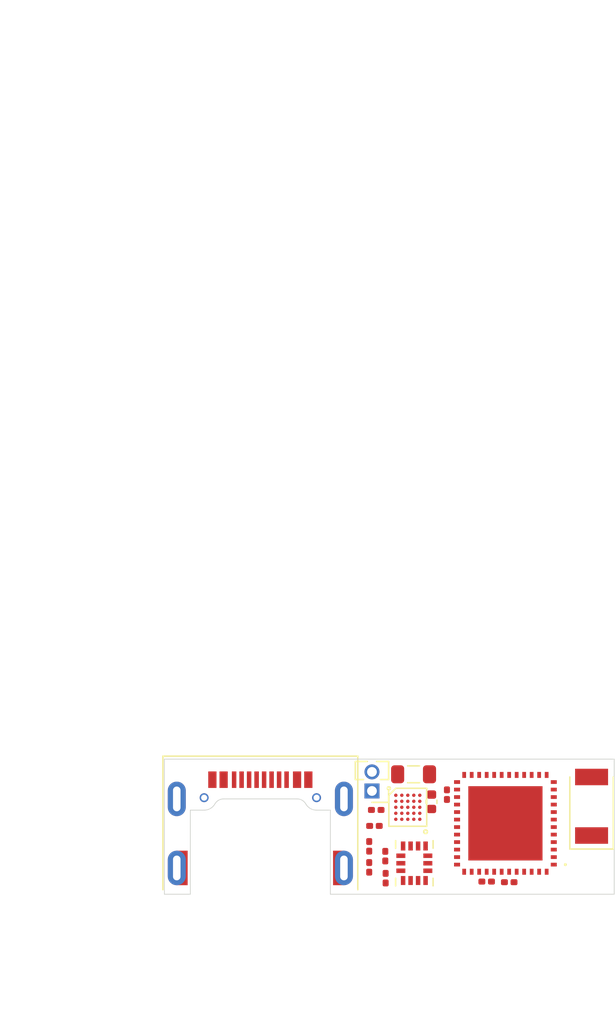
<source format=kicad_pcb>
(kicad_pcb (version 20171130) (host pcbnew "(5.1.9)-1")

  (general
    (thickness 0.8)
    (drawings 12)
    (tracks 0)
    (zones 0)
    (modules 17)
    (nets 15)
  )

  (page A4)
  (layers
    (0 F.Cu signal)
    (31 B.Cu signal)
    (32 B.Adhes user)
    (33 F.Adhes user)
    (34 B.Paste user)
    (35 F.Paste user)
    (36 B.SilkS user)
    (37 F.SilkS user)
    (38 B.Mask user)
    (39 F.Mask user)
    (40 Dwgs.User user)
    (41 Cmts.User user)
    (42 Eco1.User user)
    (43 Eco2.User user)
    (44 Edge.Cuts user)
    (45 Margin user)
    (46 B.CrtYd user)
    (47 F.CrtYd user)
    (48 B.Fab user)
    (49 F.Fab user)
  )

  (setup
    (last_trace_width 0.0762)
    (user_trace_width 0.0762)
    (user_trace_width 0.25)
    (user_trace_width 0.5)
    (trace_clearance 0.0762)
    (zone_clearance 0.1524)
    (zone_45_only no)
    (trace_min 0.0762)
    (via_size 0.3024)
    (via_drill 0.15)
    (via_min_size 0.3024)
    (via_min_drill 0.15)
    (uvia_size 0.3)
    (uvia_drill 0.1)
    (uvias_allowed no)
    (uvia_min_size 0.2)
    (uvia_min_drill 0.1)
    (edge_width 0.05)
    (segment_width 0.1)
    (pcb_text_width 0.1)
    (pcb_text_size 0.4 0.4)
    (mod_edge_width 0.1)
    (mod_text_size 0.4 0.4)
    (mod_text_width 0.1)
    (pad_size 0.7 2.3)
    (pad_drill 0)
    (pad_to_mask_clearance 0.0762)
    (solder_mask_min_width 0.0762)
    (aux_axis_origin 0 0)
    (visible_elements 7FFFF7FF)
    (pcbplotparams
      (layerselection 0x010fc_ffffffff)
      (usegerberextensions false)
      (usegerberattributes true)
      (usegerberadvancedattributes true)
      (creategerberjobfile true)
      (excludeedgelayer true)
      (linewidth 0.100000)
      (plotframeref false)
      (viasonmask false)
      (mode 1)
      (useauxorigin false)
      (hpglpennumber 1)
      (hpglpenspeed 20)
      (hpglpendiameter 15.000000)
      (psnegative false)
      (psa4output false)
      (plotreference true)
      (plotvalue true)
      (plotinvisibletext false)
      (padsonsilk false)
      (subtractmaskfromsilk false)
      (outputformat 1)
      (mirror false)
      (drillshape 1)
      (scaleselection 1)
      (outputdirectory ""))
  )

  (net 0 "")
  (net 1 GND)
  (net 2 +3V0)
  (net 3 "Net-(IC3-Pad2)")
  (net 4 "Net-(IC4-PadC3)")
  (net 5 "Net-(IC4-PadA4)")
  (net 6 VCC)
  (net 7 /SDI)
  (net 8 /SCK)
  (net 9 /CS)
  (net 10 /SDO)
  (net 11 /SDA)
  (net 12 +BATT)
  (net 13 +3.3VA)
  (net 14 "Net-(J2-PadS1)")

  (net_class Default "This is the default net class."
    (clearance 0.0762)
    (trace_width 0.0762)
    (via_dia 0.3024)
    (via_drill 0.15)
    (uvia_dia 0.3)
    (uvia_drill 0.1)
    (add_net /CS)
    (add_net /SCK)
    (add_net /SDA)
    (add_net /SDI)
    (add_net /SDO)
    (add_net "Net-(IC3-Pad2)")
    (add_net "Net-(IC4-PadC3)")
    (add_net "Net-(J2-PadS1)")
  )

  (net_class Power ""
    (clearance 0.0762)
    (trace_width 0.25)
    (via_dia 0.3024)
    (via_drill 0.15)
    (uvia_dia 0.3)
    (uvia_drill 0.1)
    (add_net +3.3VA)
    (add_net +3V0)
    (add_net +BATT)
    (add_net GND)
    (add_net "Net-(IC4-PadA4)")
    (add_net VCC)
  )

  (module Resistor_SMD:R_0201_0603Metric (layer F.Cu) (tedit 5F68FEEE) (tstamp 60AC7E67)
    (at 109.661144 79.209862 270)
    (descr "Resistor SMD 0201 (0603 Metric), square (rectangular) end terminal, IPC_7351 nominal, (Body size source: https://www.vishay.com/docs/20052/crcw0201e3.pdf), generated with kicad-footprint-generator")
    (tags resistor)
    (path /60307927)
    (attr smd)
    (fp_text reference R2 (at 0 -1.05 90) (layer F.SilkS) hide
      (effects (font (size 0.4 0.4) (thickness 0.1)))
    )
    (fp_text value 14.3k (at 0.348422 0.981034 90) (layer F.Fab)
      (effects (font (size 1 1) (thickness 0.15)))
    )
    (fp_line (start 0.7 0.35) (end -0.7 0.35) (layer F.CrtYd) (width 0.05))
    (fp_line (start 0.7 -0.35) (end 0.7 0.35) (layer F.CrtYd) (width 0.05))
    (fp_line (start -0.7 -0.35) (end 0.7 -0.35) (layer F.CrtYd) (width 0.05))
    (fp_line (start -0.7 0.35) (end -0.7 -0.35) (layer F.CrtYd) (width 0.05))
    (fp_line (start 0.3 0.15) (end -0.3 0.15) (layer F.Fab) (width 0.15))
    (fp_line (start 0.3 -0.15) (end 0.3 0.15) (layer F.Fab) (width 0.15))
    (fp_line (start -0.3 -0.15) (end 0.3 -0.15) (layer F.Fab) (width 0.15))
    (fp_line (start -0.3 0.15) (end -0.3 -0.15) (layer F.Fab) (width 0.15))
    (fp_text user %R (at 0 -0.68 90) (layer F.Fab)
      (effects (font (size 1 1) (thickness 0.15)))
    )
    (pad "" smd roundrect (at -0.345 0 270) (size 0.318 0.36) (layers F.Paste) (roundrect_rratio 0.25))
    (pad "" smd roundrect (at 0.345 0 270) (size 0.318 0.36) (layers F.Paste) (roundrect_rratio 0.25))
    (pad 1 smd roundrect (at -0.32 0 270) (size 0.46 0.4) (layers F.Cu F.Mask) (roundrect_rratio 0.25)
      (net 4 "Net-(IC4-PadC3)"))
    (pad 2 smd roundrect (at 0.32 0 270) (size 0.46 0.4) (layers F.Cu F.Mask) (roundrect_rratio 0.25)
      (net 1 GND))
    (model ${KISYS3DMOD}/Resistor_SMD.3dshapes/R_0201_0603Metric.wrl
      (at (xyz 0 0 0))
      (scale (xyz 1 1 1))
      (rotate (xyz 0 0 0))
    )
  )

  (module Resistor_SMD:R_0201_0603Metric (layer F.Cu) (tedit 5F68FEEE) (tstamp 60AC7E56)
    (at 109.661144 77.809862 270)
    (descr "Resistor SMD 0201 (0603 Metric), square (rectangular) end terminal, IPC_7351 nominal, (Body size source: https://www.vishay.com/docs/20052/crcw0201e3.pdf), generated with kicad-footprint-generator")
    (tags resistor)
    (path /603064F3)
    (attr smd)
    (fp_text reference R1 (at 0 -1.05 90) (layer F.SilkS) hide
      (effects (font (size 0.4 0.4) (thickness 0.1)))
    )
    (fp_text value 14k (at 0 1.036012 90) (layer F.Fab)
      (effects (font (size 1 1) (thickness 0.15)))
    )
    (fp_line (start 0.7 0.35) (end -0.7 0.35) (layer F.CrtYd) (width 0.05))
    (fp_line (start 0.7 -0.35) (end 0.7 0.35) (layer F.CrtYd) (width 0.05))
    (fp_line (start -0.7 -0.35) (end 0.7 -0.35) (layer F.CrtYd) (width 0.05))
    (fp_line (start -0.7 0.35) (end -0.7 -0.35) (layer F.CrtYd) (width 0.05))
    (fp_line (start 0.3 0.15) (end -0.3 0.15) (layer F.Fab) (width 0.15))
    (fp_line (start 0.3 -0.15) (end 0.3 0.15) (layer F.Fab) (width 0.15))
    (fp_line (start -0.3 -0.15) (end 0.3 -0.15) (layer F.Fab) (width 0.15))
    (fp_line (start -0.3 0.15) (end -0.3 -0.15) (layer F.Fab) (width 0.15))
    (fp_text user %R (at 0 -0.68 90) (layer F.Fab)
      (effects (font (size 1 1) (thickness 0.15)))
    )
    (pad "" smd roundrect (at -0.345 0 270) (size 0.318 0.36) (layers F.Paste) (roundrect_rratio 0.25))
    (pad "" smd roundrect (at 0.345 0 270) (size 0.318 0.36) (layers F.Paste) (roundrect_rratio 0.25))
    (pad 1 smd roundrect (at -0.32 0 270) (size 0.46 0.4) (layers F.Cu F.Mask) (roundrect_rratio 0.25)
      (net 6 VCC))
    (pad 2 smd roundrect (at 0.32 0 270) (size 0.46 0.4) (layers F.Cu F.Mask) (roundrect_rratio 0.25)
      (net 4 "Net-(IC4-PadC3)"))
    (model ${KISYS3DMOD}/Resistor_SMD.3dshapes/R_0201_0603Metric.wrl
      (at (xyz 0 0 0))
      (scale (xyz 1 1 1))
      (rotate (xyz 0 0 0))
    )
  )

  (module Connector_PinHeader_1.27mm:PinHeader_1x02_P1.27mm_Vertical (layer F.Cu) (tedit 59FED6E3) (tstamp 60AC7E25)
    (at 109.844644 74.120969 180)
    (descr "Through hole straight pin header, 1x02, 1.27mm pitch, single row")
    (tags "Through hole pin header THT 1x02 1.27mm single row")
    (path /60A61A3A)
    (fp_text reference J3 (at 0 -1.695) (layer F.SilkS) hide
      (effects (font (size 0.4 0.4) (thickness 0.1)))
    )
    (fp_text value Conn_01x02 (at 0 2.965) (layer F.Fab)
      (effects (font (size 1 1) (thickness 0.15)))
    )
    (fp_line (start 1.55 -1.15) (end -1.55 -1.15) (layer F.CrtYd) (width 0.05))
    (fp_line (start 1.55 2.45) (end 1.55 -1.15) (layer F.CrtYd) (width 0.05))
    (fp_line (start -1.55 2.45) (end 1.55 2.45) (layer F.CrtYd) (width 0.05))
    (fp_line (start -1.55 -1.15) (end -1.55 2.45) (layer F.CrtYd) (width 0.05))
    (fp_line (start -1.11 -0.76) (end 0 -0.76) (layer F.SilkS) (width 0.1))
    (fp_line (start -1.11 0) (end -1.11 -0.76) (layer F.SilkS) (width 0.1))
    (fp_line (start 0.563471 0.76) (end 1.11 0.76) (layer F.SilkS) (width 0.1))
    (fp_line (start -1.11 0.76) (end -0.563471 0.76) (layer F.SilkS) (width 0.1))
    (fp_line (start 1.11 0.76) (end 1.11 1.965) (layer F.SilkS) (width 0.1))
    (fp_line (start -1.11 0.76) (end -1.11 1.965) (layer F.SilkS) (width 0.1))
    (fp_line (start 0.30753 1.965) (end 1.11 1.965) (layer F.SilkS) (width 0.1))
    (fp_line (start -1.11 1.965) (end -0.30753 1.965) (layer F.SilkS) (width 0.1))
    (fp_line (start -1.05 -0.11) (end -0.525 -0.635) (layer F.Fab) (width 0.15))
    (fp_line (start -1.05 1.905) (end -1.05 -0.11) (layer F.Fab) (width 0.15))
    (fp_line (start 1.05 1.905) (end -1.05 1.905) (layer F.Fab) (width 0.15))
    (fp_line (start 1.05 -0.635) (end 1.05 1.905) (layer F.Fab) (width 0.15))
    (fp_line (start -0.525 -0.635) (end 1.05 -0.635) (layer F.Fab) (width 0.15))
    (fp_text user %R (at 0 0.635 90) (layer F.Fab)
      (effects (font (size 1 1) (thickness 0.15)))
    )
    (pad 1 thru_hole rect (at 0 0 180) (size 1 1) (drill 0.65) (layers *.Cu *.Mask)
      (net 1 GND))
    (pad 2 thru_hole oval (at 0 1.27 180) (size 1 1) (drill 0.65) (layers *.Cu *.Mask)
      (net 12 +BATT))
    (model ${KISYS3DMOD}/Connector_PinHeader_1.27mm.3dshapes/PinHeader_1x02_P1.27mm_Vertical.wrl
      (at (xyz 0 0 0))
      (scale (xyz 1 1 1))
      (rotate (xyz 0 0 0))
    )
  )

  (module Capacitor_SMD:C_0201_0603Metric (layer F.Cu) (tedit 5F68FEEE) (tstamp 602E6357)
    (at 110.009706 76.449528 180)
    (descr "Capacitor SMD 0201 (0603 Metric), square (rectangular) end terminal, IPC_7351 nominal, (Body size source: https://www.vishay.com/docs/20052/crcw0201e3.pdf), generated with kicad-footprint-generator")
    (tags capacitor)
    (path /602E57EC)
    (attr smd)
    (fp_text reference C6 (at 0 -1.05) (layer F.SilkS) hide
      (effects (font (size 0.4 0.4) (thickness 0.1)))
    )
    (fp_text value 1uF (at 0 1.05) (layer F.Fab) hide
      (effects (font (size 1 1) (thickness 0.15)))
    )
    (fp_line (start -0.3 0.15) (end -0.3 -0.15) (layer F.Fab) (width 0.15))
    (fp_line (start -0.3 -0.15) (end 0.3 -0.15) (layer F.Fab) (width 0.15))
    (fp_line (start 0.3 -0.15) (end 0.3 0.15) (layer F.Fab) (width 0.15))
    (fp_line (start 0.3 0.15) (end -0.3 0.15) (layer F.Fab) (width 0.15))
    (fp_line (start -0.7 0.35) (end -0.7 -0.35) (layer F.CrtYd) (width 0.05))
    (fp_line (start -0.7 -0.35) (end 0.7 -0.35) (layer F.CrtYd) (width 0.05))
    (fp_line (start 0.7 -0.35) (end 0.7 0.35) (layer F.CrtYd) (width 0.05))
    (fp_line (start 0.7 0.35) (end -0.7 0.35) (layer F.CrtYd) (width 0.05))
    (fp_text user %R (at 0 -0.68) (layer F.Fab) hide
      (effects (font (size 1 1) (thickness 0.15)))
    )
    (pad 2 smd roundrect (at 0.32 0 180) (size 0.46 0.4) (layers F.Cu F.Mask) (roundrect_rratio 0.25)
      (net 1 GND))
    (pad 1 smd roundrect (at -0.32 0 180) (size 0.46 0.4) (layers F.Cu F.Mask) (roundrect_rratio 0.25)
      (net 12 +BATT))
    (pad "" smd roundrect (at 0.345 0 180) (size 0.318 0.36) (layers F.Paste) (roundrect_rratio 0.25))
    (pad "" smd roundrect (at -0.345 0 180) (size 0.318 0.36) (layers F.Paste) (roundrect_rratio 0.25))
    (model ${KISYS3DMOD}/Capacitor_SMD.3dshapes/C_0201_0603Metric.wrl
      (at (xyz 0 0 0))
      (scale (xyz 1 1 1))
      (rotate (xyz 0 0 0))
    )
  )

  (module Capacitor_SMD:C_0402_1005Metric (layer F.Cu) (tedit 5F68FEEE) (tstamp 602E6346)
    (at 113.818054 74.840364 90)
    (descr "Capacitor SMD 0402 (1005 Metric), square (rectangular) end terminal, IPC_7351 nominal, (Body size source: IPC-SM-782 page 76, https://www.pcb-3d.com/wordpress/wp-content/uploads/ipc-sm-782a_amendment_1_and_2.pdf), generated with kicad-footprint-generator")
    (tags capacitor)
    (path /602E498C)
    (attr smd)
    (fp_text reference C5 (at 0 -1.16 90) (layer F.SilkS) hide
      (effects (font (size 0.4 0.4) (thickness 0.1)))
    )
    (fp_text value 10uF (at 0 1.16 90) (layer F.Fab) hide
      (effects (font (size 1 1) (thickness 0.15)))
    )
    (fp_line (start -0.5 0.25) (end -0.5 -0.25) (layer F.Fab) (width 0.15))
    (fp_line (start -0.5 -0.25) (end 0.5 -0.25) (layer F.Fab) (width 0.15))
    (fp_line (start 0.5 -0.25) (end 0.5 0.25) (layer F.Fab) (width 0.15))
    (fp_line (start 0.5 0.25) (end -0.5 0.25) (layer F.Fab) (width 0.15))
    (fp_line (start -0.107836 -0.36) (end 0.107836 -0.36) (layer F.SilkS) (width 0.1))
    (fp_line (start -0.107836 0.36) (end 0.107836 0.36) (layer F.SilkS) (width 0.1))
    (fp_line (start -0.91 0.46) (end -0.91 -0.46) (layer F.CrtYd) (width 0.05))
    (fp_line (start -0.91 -0.46) (end 0.91 -0.46) (layer F.CrtYd) (width 0.05))
    (fp_line (start 0.91 -0.46) (end 0.91 0.46) (layer F.CrtYd) (width 0.05))
    (fp_line (start 0.91 0.46) (end -0.91 0.46) (layer F.CrtYd) (width 0.05))
    (fp_text user %R (at 0 0 90) (layer F.Fab) hide
      (effects (font (size 1 1) (thickness 0.15)))
    )
    (pad 2 smd roundrect (at 0.48 0 90) (size 0.56 0.62) (layers F.Cu F.Paste F.Mask) (roundrect_rratio 0.25)
      (net 1 GND))
    (pad 1 smd roundrect (at -0.48 0 90) (size 0.56 0.62) (layers F.Cu F.Paste F.Mask) (roundrect_rratio 0.25)
      (net 2 +3V0))
    (model ${KISYS3DMOD}/Capacitor_SMD.3dshapes/C_0402_1005Metric.wrl
      (at (xyz 0 0 0))
      (scale (xyz 1 1 1))
      (rotate (xyz 0 0 0))
    )
  )

  (module Capacitor_SMD:C_0201_0603Metric (layer F.Cu) (tedit 5F68FEEE) (tstamp 60AC0308)
    (at 114.84595 74.367456 270)
    (descr "Capacitor SMD 0201 (0603 Metric), square (rectangular) end terminal, IPC_7351 nominal, (Body size source: https://www.vishay.com/docs/20052/crcw0201e3.pdf), generated with kicad-footprint-generator")
    (tags capacitor)
    (path /60AF557E)
    (attr smd)
    (fp_text reference C12 (at 0 -1.05 90) (layer F.SilkS) hide
      (effects (font (size 0.4 0.4) (thickness 0.1)))
    )
    (fp_text value 0.1uF (at 0 1.05 90) (layer F.Fab)
      (effects (font (size 1 1) (thickness 0.15)))
    )
    (fp_line (start 0.7 0.35) (end -0.7 0.35) (layer F.CrtYd) (width 0.05))
    (fp_line (start 0.7 -0.35) (end 0.7 0.35) (layer F.CrtYd) (width 0.05))
    (fp_line (start -0.7 -0.35) (end 0.7 -0.35) (layer F.CrtYd) (width 0.05))
    (fp_line (start -0.7 0.35) (end -0.7 -0.35) (layer F.CrtYd) (width 0.05))
    (fp_line (start 0.3 0.15) (end -0.3 0.15) (layer F.Fab) (width 0.15))
    (fp_line (start 0.3 -0.15) (end 0.3 0.15) (layer F.Fab) (width 0.15))
    (fp_line (start -0.3 -0.15) (end 0.3 -0.15) (layer F.Fab) (width 0.15))
    (fp_line (start -0.3 0.15) (end -0.3 -0.15) (layer F.Fab) (width 0.15))
    (fp_text user %R (at 0 -0.68 90) (layer F.Fab)
      (effects (font (size 1 1) (thickness 0.15)))
    )
    (pad "" smd roundrect (at -0.345 0 270) (size 0.318 0.36) (layers F.Paste) (roundrect_rratio 0.25))
    (pad "" smd roundrect (at 0.345 0 270) (size 0.318 0.36) (layers F.Paste) (roundrect_rratio 0.25))
    (pad 1 smd roundrect (at -0.32 0 270) (size 0.46 0.4) (layers F.Cu F.Mask) (roundrect_rratio 0.25)
      (net 13 +3.3VA))
    (pad 2 smd roundrect (at 0.32 0 270) (size 0.46 0.4) (layers F.Cu F.Mask) (roundrect_rratio 0.25)
      (net 1 GND))
    (model ${KISYS3DMOD}/Capacitor_SMD.3dshapes/C_0201_0603Metric.wrl
      (at (xyz 0 0 0))
      (scale (xyz 1 1 1))
      (rotate (xyz 0 0 0))
    )
  )

  (module Capacitor_SMD:C_0201_0603Metric (layer F.Cu) (tedit 5F68FEEE) (tstamp 60ABC952)
    (at 119 80.2 180)
    (descr "Capacitor SMD 0201 (0603 Metric), square (rectangular) end terminal, IPC_7351 nominal, (Body size source: https://www.vishay.com/docs/20052/crcw0201e3.pdf), generated with kicad-footprint-generator")
    (tags capacitor)
    (path /60AC8D6C)
    (attr smd)
    (fp_text reference C11 (at 0 -1.05) (layer F.SilkS) hide
      (effects (font (size 0.4 0.4) (thickness 0.1)))
    )
    (fp_text value 1uF (at 0 1.05) (layer F.Fab)
      (effects (font (size 1 1) (thickness 0.15)))
    )
    (fp_line (start -0.3 0.15) (end -0.3 -0.15) (layer F.Fab) (width 0.15))
    (fp_line (start -0.3 -0.15) (end 0.3 -0.15) (layer F.Fab) (width 0.15))
    (fp_line (start 0.3 -0.15) (end 0.3 0.15) (layer F.Fab) (width 0.15))
    (fp_line (start 0.3 0.15) (end -0.3 0.15) (layer F.Fab) (width 0.15))
    (fp_line (start -0.7 0.35) (end -0.7 -0.35) (layer F.CrtYd) (width 0.05))
    (fp_line (start -0.7 -0.35) (end 0.7 -0.35) (layer F.CrtYd) (width 0.05))
    (fp_line (start 0.7 -0.35) (end 0.7 0.35) (layer F.CrtYd) (width 0.05))
    (fp_line (start 0.7 0.35) (end -0.7 0.35) (layer F.CrtYd) (width 0.05))
    (fp_text user %R (at 0 -0.68) (layer F.Fab)
      (effects (font (size 1 1) (thickness 0.15)))
    )
    (pad 2 smd roundrect (at 0.32 0 180) (size 0.46 0.4) (layers F.Cu F.Mask) (roundrect_rratio 0.25)
      (net 1 GND))
    (pad 1 smd roundrect (at -0.32 0 180) (size 0.46 0.4) (layers F.Cu F.Mask) (roundrect_rratio 0.25)
      (net 2 +3V0))
    (pad "" smd roundrect (at 0.345 0 180) (size 0.318 0.36) (layers F.Paste) (roundrect_rratio 0.25))
    (pad "" smd roundrect (at -0.345 0 180) (size 0.318 0.36) (layers F.Paste) (roundrect_rratio 0.25))
    (model ${KISYS3DMOD}/Capacitor_SMD.3dshapes/C_0201_0603Metric.wrl
      (at (xyz 0 0 0))
      (scale (xyz 1 1 1))
      (rotate (xyz 0 0 0))
    )
  )

  (module nrfmicro:Mid_Mount-USB_C (layer F.Cu) (tedit 60ABB8DF) (tstamp 60A5C728)
    (at 102.4 81 270)
    (path /60A5A581)
    (fp_text reference J2 (at -1.27 -7.62 270) (layer Dwgs.User) hide
      (effects (font (size 1 1) (thickness 0.15)))
    )
    (fp_text value USB-C-C168688 (at 0 8.89 270) (layer F.Fab)
      (effects (font (size 1 1) (thickness 0.15)))
    )
    (fp_line (start 0 6.35) (end 0 -6.35) (layer F.CrtYd) (width 0.05))
    (fp_line (start -8.382 4.699) (end -7.747 4.699) (layer F.CrtYd) (width 0.05))
    (fp_line (start -8.382 -4.699) (end -8.382 4.699) (layer F.CrtYd) (width 0.05))
    (fp_line (start -7.747 -4.699) (end -8.382 -4.699) (layer F.CrtYd) (width 0.05))
    (fp_line (start -7.747 -6.35) (end -7.747 -4.699) (layer F.CrtYd) (width 0.05))
    (fp_line (start 0 -6.35) (end -7.747 -6.35) (layer F.CrtYd) (width 0.05))
    (fp_line (start -7.747 6.35) (end -7.747 4.699) (layer F.CrtYd) (width 0.05))
    (fp_line (start 0 6.35) (end -7.747 6.35) (layer F.CrtYd) (width 0.05))
    (fp_line (start -5.6 -4.67) (end -5.6 -3.75) (layer Edge.Cuts) (width 0.05))
    (fp_line (start -6.35 2.450962) (end -6.35 -2.450962) (layer Edge.Cuts) (width 0.05))
    (fp_line (start -0.3 -6.5) (end -9.2 -6.5) (layer F.SilkS) (width 0.1))
    (fp_line (start -9.2 -6.5) (end -9.2 6.5) (layer F.SilkS) (width 0.1))
    (fp_line (start -9.2 6.5) (end -0.3 6.5) (layer F.SilkS) (width 0.1))
    (fp_line (start 0 4.67) (end -5.6 4.67) (layer Edge.Cuts) (width 0.05))
    (fp_line (start -5.6 4.67) (end -5.6 3.75) (layer Edge.Cuts) (width 0.05))
    (fp_line (start -5.6 -4.67) (end 0 -4.67) (layer Edge.Cuts) (width 0.05))
    (fp_arc (start -6.43 3.75) (end -5.6 3.75) (angle -60) (layer Edge.Cuts) (width 0.05))
    (fp_arc (start -5.68 2.450962) (end -6.35 2.450962) (angle -60) (layer Edge.Cuts) (width 0.05))
    (fp_arc (start -5.68 -2.450962) (end -6.35 -2.450962) (angle 60) (layer Edge.Cuts) (width 0.05))
    (fp_arc (start -6.43 -3.75) (end -5.6 -3.75) (angle 60) (layer Edge.Cuts) (width 0.05))
    (pad A6 smd rect (at -7.63 0.25) (size 0.3 1.1) (layers F.Cu F.Paste F.Mask))
    (pad A7 smd rect (at -7.63 -0.25) (size 0.3 1.1) (layers F.Cu F.Paste F.Mask))
    (pad B6 smd rect (at -7.63 -0.75) (size 0.3 1.1) (layers F.Cu F.Paste F.Mask))
    (pad A8 smd rect (at -7.63 -1.25) (size 0.3 1.1) (layers F.Cu F.Paste F.Mask))
    (pad B5 smd rect (at -7.63 -1.75) (size 0.3 1.1) (layers F.Cu F.Paste F.Mask))
    (pad A4 smd rect (at -7.63 -2.45) (size 0.55 1.1) (layers F.Cu F.Paste F.Mask)
      (net 6 VCC))
    (pad B7 smd rect (at -7.63 0.75) (size 0.3 1.1) (layers F.Cu F.Paste F.Mask))
    (pad A5 smd rect (at -7.63 1.25) (size 0.3 1.1) (layers F.Cu F.Paste F.Mask))
    (pad B8 smd rect (at -7.63 1.75) (size 0.3 1.1) (layers F.Cu F.Paste F.Mask))
    (pad A4 smd rect (at -7.63 2.45) (size 0.55 1.1) (layers F.Cu F.Paste F.Mask)
      (net 6 VCC))
    (pad A1 smd rect (at -7.63 -3.2) (size 0.55 1.1) (layers F.Cu F.Paste F.Mask)
      (net 1 GND))
    (pad A1 smd rect (at -7.63 3.2) (size 0.55 1.1) (layers F.Cu F.Paste F.Mask)
      (net 1 GND))
    (pad "" np_thru_hole circle (at -6.43 -3.75) (size 0.6 0.6) (drill 0.4) (layers *.Cu *.Mask))
    (pad "" np_thru_hole circle (at -6.43 3.75) (size 0.6 0.6) (drill 0.4) (layers *.Cu *.Mask))
    (pad S1 thru_hole oval (at -1.75 -5.575) (size 1.2 2.3) (drill oval 0.5 1.65) (layers *.Cu *.Mask)
      (net 14 "Net-(J2-PadS1)"))
    (pad S1 thru_hole oval (at -1.75 5.575) (size 1.2 2.3) (drill oval 0.5 1.65) (layers *.Cu *.Mask)
      (net 14 "Net-(J2-PadS1)"))
    (pad S1 thru_hole oval (at -6.35 -5.575) (size 1.2 2.3) (drill oval 0.5 1.65) (layers *.Cu *.Mask)
      (net 14 "Net-(J2-PadS1)"))
    (pad S1 thru_hole oval (at -6.35 5.575) (size 1.2 2.3) (drill oval 0.5 1.65) (layers *.Cu *.Mask)
      (net 14 "Net-(J2-PadS1)"))
    (pad S1 smd rect (at -1.75 -5.2) (size 0.7 2.3) (layers F.Cu F.Mask)
      (net 14 "Net-(J2-PadS1)") (zone_connect 2))
    (pad S1 smd rect (at -1.75 5.2) (size 0.7 2.3) (layers F.Cu F.Mask)
      (net 14 "Net-(J2-PadS1)") (zone_connect 2))
  )

  (module SamacSys_Parts:BGA25C40P5X5_247X253X50 (layer F.Cu) (tedit 0) (tstamp 602E5CEC)
    (at 112.235326 75.207928)
    (descr YFP0025)
    (tags "Integrated Circuit")
    (path /602E09CB)
    (attr smd)
    (fp_text reference IC4 (at 0 0) (layer F.SilkS) hide
      (effects (font (size 0.4 0.4) (thickness 0.1)))
    )
    (fp_text value BQ25125YFPR (at 0 0) (layer F.SilkS) hide
      (effects (font (size 0.4 0.4) (thickness 0.1)))
    )
    (fp_line (start -1.749 -1.78) (end 1.749 -1.78) (layer F.CrtYd) (width 0.05))
    (fp_line (start 1.749 -1.78) (end 1.749 1.78) (layer F.CrtYd) (width 0.05))
    (fp_line (start 1.749 1.78) (end -1.749 1.78) (layer F.CrtYd) (width 0.05))
    (fp_line (start -1.749 1.78) (end -1.749 -1.78) (layer F.CrtYd) (width 0.05))
    (fp_line (start -1.234 -1.265) (end 1.234 -1.265) (layer F.Fab) (width 0.15))
    (fp_line (start 1.234 -1.265) (end 1.234 1.265) (layer F.Fab) (width 0.15))
    (fp_line (start 1.234 1.265) (end -1.234 1.265) (layer F.Fab) (width 0.15))
    (fp_line (start -1.234 1.265) (end -1.234 -1.265) (layer F.Fab) (width 0.15))
    (fp_line (start -1.234 -0.625) (end -0.594 -1.265) (layer F.Fab) (width 0.15))
    (fp_line (start -0.798 -1.265) (end 1.262 -1.265) (layer F.SilkS) (width 0.1))
    (fp_line (start 1.262 -1.265) (end 1.262 1.265) (layer F.SilkS) (width 0.1))
    (fp_line (start 1.262 1.265) (end -1.264 1.265) (layer F.SilkS) (width 0.1))
    (fp_line (start -1.264 1.265) (end -1.264 -0.8) (layer F.SilkS) (width 0.1))
    (fp_line (start -1.264 -0.8) (end -0.799 -1.265) (layer F.SilkS) (width 0.1))
    (fp_circle (center -1.263 -1.265) (end -1.263 -1.165) (layer F.SilkS) (width 0.1))
    (fp_text user %R (at 0 0) (layer F.Fab) hide
      (effects (font (size 1 1) (thickness 0.15)))
    )
    (pad E5 smd circle (at 0.8 0.8 90) (size 0.226 0.226) (layers F.Cu F.Paste F.Mask)
      (net 8 /SCK))
    (pad E4 smd circle (at 0.4 0.8 90) (size 0.226 0.226) (layers F.Cu F.Paste F.Mask)
      (net 11 /SDA))
    (pad E3 smd circle (at 0 0.8 90) (size 0.226 0.226) (layers F.Cu F.Paste F.Mask))
    (pad E2 smd circle (at -0.4 0.8 90) (size 0.226 0.226) (layers F.Cu F.Paste F.Mask))
    (pad E1 smd circle (at -0.8 0.8 90) (size 0.226 0.226) (layers F.Cu F.Paste F.Mask))
    (pad D5 smd circle (at 0.8 0.4 90) (size 0.226 0.226) (layers F.Cu F.Paste F.Mask)
      (net 1 GND))
    (pad D4 smd circle (at 0.4 0.4 90) (size 0.226 0.226) (layers F.Cu F.Paste F.Mask))
    (pad D3 smd circle (at 0 0.4 90) (size 0.226 0.226) (layers F.Cu F.Paste F.Mask))
    (pad D2 smd circle (at -0.4 0.4 90) (size 0.226 0.226) (layers F.Cu F.Paste F.Mask))
    (pad D1 smd circle (at -0.8 0.4 90) (size 0.226 0.226) (layers F.Cu F.Paste F.Mask)
      (net 1 GND))
    (pad C5 smd circle (at 0.8 0 90) (size 0.226 0.226) (layers F.Cu F.Paste F.Mask)
      (net 13 +3.3VA))
    (pad C4 smd circle (at 0.4 0 90) (size 0.226 0.226) (layers F.Cu F.Paste F.Mask)
      (net 2 +3V0))
    (pad C3 smd circle (at 0 0 90) (size 0.226 0.226) (layers F.Cu F.Paste F.Mask)
      (net 4 "Net-(IC4-PadC3)"))
    (pad C2 smd circle (at -0.4 0 90) (size 0.226 0.226) (layers F.Cu F.Paste F.Mask)
      (net 1 GND))
    (pad C1 smd circle (at -0.8 0 90) (size 0.226 0.226) (layers F.Cu F.Paste F.Mask)
      (net 1 GND))
    (pad B5 smd circle (at 0.8 -0.4 90) (size 0.226 0.226) (layers F.Cu F.Paste F.Mask)
      (net 2 +3V0))
    (pad B4 smd circle (at 0.4 -0.4 90) (size 0.226 0.226) (layers F.Cu F.Paste F.Mask)
      (net 2 +3V0))
    (pad B3 smd circle (at 0 -0.4 90) (size 0.226 0.226) (layers F.Cu F.Paste F.Mask))
    (pad B2 smd circle (at -0.4 -0.4 90) (size 0.226 0.226) (layers F.Cu F.Paste F.Mask)
      (net 12 +BATT))
    (pad B1 smd circle (at -0.8 -0.4 90) (size 0.226 0.226) (layers F.Cu F.Paste F.Mask)
      (net 12 +BATT))
    (pad A5 smd circle (at 0.8 -0.8 90) (size 0.226 0.226) (layers F.Cu F.Paste F.Mask)
      (net 1 GND))
    (pad A4 smd circle (at 0.4 -0.8 90) (size 0.226 0.226) (layers F.Cu F.Paste F.Mask)
      (net 5 "Net-(IC4-PadA4)"))
    (pad A3 smd circle (at 0 -0.8 90) (size 0.226 0.226) (layers F.Cu F.Paste F.Mask))
    (pad A2 smd circle (at -0.4 -0.8 90) (size 0.226 0.226) (layers F.Cu F.Paste F.Mask)
      (net 6 VCC))
    (pad A1 smd circle (at -0.8 -0.8 90) (size 0.226 0.226) (layers F.Cu F.Paste F.Mask)
      (net 1 GND))
    (model C:\Users\Scott\Downloads\SamacSys_Parts.3dshapes\BQ25125YFPR.stp
      (at (xyz 0 0 0))
      (scale (xyz 1 1 1))
      (rotate (xyz 0 0 0))
    )
  )

  (module Capacitor_SMD:C_0201_0603Metric (layer F.Cu) (tedit 5F68FEEE) (tstamp 602E6368)
    (at 110.129402 75.384954)
    (descr "Capacitor SMD 0201 (0603 Metric), square (rectangular) end terminal, IPC_7351 nominal, (Body size source: https://www.vishay.com/docs/20052/crcw0201e3.pdf), generated with kicad-footprint-generator")
    (tags capacitor)
    (path /602E5AA1)
    (attr smd)
    (fp_text reference C7 (at 0 -1.05) (layer F.SilkS) hide
      (effects (font (size 0.4 0.4) (thickness 0.1)))
    )
    (fp_text value 1uF (at 0 1.05) (layer F.Fab) hide
      (effects (font (size 1 1) (thickness 0.15)))
    )
    (fp_line (start -0.3 0.15) (end -0.3 -0.15) (layer F.Fab) (width 0.15))
    (fp_line (start -0.3 -0.15) (end 0.3 -0.15) (layer F.Fab) (width 0.15))
    (fp_line (start 0.3 -0.15) (end 0.3 0.15) (layer F.Fab) (width 0.15))
    (fp_line (start 0.3 0.15) (end -0.3 0.15) (layer F.Fab) (width 0.15))
    (fp_line (start -0.7 0.35) (end -0.7 -0.35) (layer F.CrtYd) (width 0.05))
    (fp_line (start -0.7 -0.35) (end 0.7 -0.35) (layer F.CrtYd) (width 0.05))
    (fp_line (start 0.7 -0.35) (end 0.7 0.35) (layer F.CrtYd) (width 0.05))
    (fp_line (start 0.7 0.35) (end -0.7 0.35) (layer F.CrtYd) (width 0.05))
    (fp_text user %R (at 0 -0.68) (layer F.Fab) hide
      (effects (font (size 1 1) (thickness 0.15)))
    )
    (pad 2 smd roundrect (at 0.32 0) (size 0.46 0.4) (layers F.Cu F.Mask) (roundrect_rratio 0.25)
      (net 6 VCC))
    (pad 1 smd roundrect (at -0.32 0) (size 0.46 0.4) (layers F.Cu F.Mask) (roundrect_rratio 0.25)
      (net 1 GND))
    (pad "" smd roundrect (at 0.345 0) (size 0.318 0.36) (layers F.Paste) (roundrect_rratio 0.25))
    (pad "" smd roundrect (at -0.345 0) (size 0.318 0.36) (layers F.Paste) (roundrect_rratio 0.25))
    (model ${KISYS3DMOD}/Capacitor_SMD.3dshapes/C_0201_0603Metric.wrl
      (at (xyz 0 0 0))
      (scale (xyz 1 1 1))
      (rotate (xyz 0 0 0))
    )
  )

  (module Inductor_SMD:L_0805_2012Metric (layer F.Cu) (tedit 5F68FEF0) (tstamp 602E6545)
    (at 112.620608 73.010904 180)
    (descr "Inductor SMD 0805 (2012 Metric), square (rectangular) end terminal, IPC_7351 nominal, (Body size source: IPC-SM-782 page 80, https://www.pcb-3d.com/wordpress/wp-content/uploads/ipc-sm-782a_amendment_1_and_2.pdf), generated with kicad-footprint-generator")
    (tags inductor)
    (path /602E3EAB)
    (attr smd)
    (fp_text reference L2 (at 0 -1.55) (layer F.SilkS) hide
      (effects (font (size 0.4 0.4) (thickness 0.1)))
    )
    (fp_text value 2.2uH (at 0 1.55) (layer F.Fab) hide
      (effects (font (size 1 1) (thickness 0.15)))
    )
    (fp_line (start -1 0.45) (end -1 -0.45) (layer F.Fab) (width 0.15))
    (fp_line (start -1 -0.45) (end 1 -0.45) (layer F.Fab) (width 0.15))
    (fp_line (start 1 -0.45) (end 1 0.45) (layer F.Fab) (width 0.15))
    (fp_line (start 1 0.45) (end -1 0.45) (layer F.Fab) (width 0.15))
    (fp_line (start -0.399622 -0.56) (end 0.399622 -0.56) (layer F.SilkS) (width 0.1))
    (fp_line (start -0.399622 0.56) (end 0.399622 0.56) (layer F.SilkS) (width 0.1))
    (fp_line (start -1.75 0.85) (end -1.75 -0.85) (layer F.CrtYd) (width 0.05))
    (fp_line (start -1.75 -0.85) (end 1.75 -0.85) (layer F.CrtYd) (width 0.05))
    (fp_line (start 1.75 -0.85) (end 1.75 0.85) (layer F.CrtYd) (width 0.05))
    (fp_line (start 1.75 0.85) (end -1.75 0.85) (layer F.CrtYd) (width 0.05))
    (fp_text user %R (at 0 0) (layer F.Fab) hide
      (effects (font (size 1 1) (thickness 0.15)))
    )
    (pad 2 smd roundrect (at 1.0625 0 180) (size 0.875 1.2) (layers F.Cu F.Paste F.Mask) (roundrect_rratio 0.25)
      (net 5 "Net-(IC4-PadA4)"))
    (pad 1 smd roundrect (at -1.0625 0 180) (size 0.875 1.2) (layers F.Cu F.Paste F.Mask) (roundrect_rratio 0.25)
      (net 2 +3V0))
    (model ${KISYS3DMOD}/Inductor_SMD.3dshapes/L_0805_2012Metric.wrl
      (at (xyz 0 0 0))
      (scale (xyz 1 1 1))
      (rotate (xyz 0 0 0))
    )
  )

  (module Capacitor_SMD:C_0201_0603Metric (layer F.Cu) (tedit 5F68FEEE) (tstamp 602E8549)
    (at 110.756506 79.931194 90)
    (descr "Capacitor SMD 0201 (0603 Metric), square (rectangular) end terminal, IPC_7351 nominal, (Body size source: https://www.vishay.com/docs/20052/crcw0201e3.pdf), generated with kicad-footprint-generator")
    (tags capacitor)
    (path /6036402F)
    (attr smd)
    (fp_text reference C9 (at 0 -1.05 90) (layer F.SilkS) hide
      (effects (font (size 0.4 0.4) (thickness 0.1)))
    )
    (fp_text value 0.1uF (at -1.968806 0.743494 90) (layer F.Fab) hide
      (effects (font (size 1 1) (thickness 0.15)))
    )
    (fp_line (start -0.3 0.15) (end -0.3 -0.15) (layer F.Fab) (width 0.15))
    (fp_line (start -0.3 -0.15) (end 0.3 -0.15) (layer F.Fab) (width 0.15))
    (fp_line (start 0.3 -0.15) (end 0.3 0.15) (layer F.Fab) (width 0.15))
    (fp_line (start 0.3 0.15) (end -0.3 0.15) (layer F.Fab) (width 0.15))
    (fp_line (start -0.7 0.35) (end -0.7 -0.35) (layer F.CrtYd) (width 0.05))
    (fp_line (start -0.7 -0.35) (end 0.7 -0.35) (layer F.CrtYd) (width 0.05))
    (fp_line (start 0.7 -0.35) (end 0.7 0.35) (layer F.CrtYd) (width 0.05))
    (fp_line (start 0.7 0.35) (end -0.7 0.35) (layer F.CrtYd) (width 0.05))
    (fp_text user %R (at 0 -0.68 90) (layer F.Fab) hide
      (effects (font (size 1 1) (thickness 0.15)))
    )
    (pad 2 smd roundrect (at 0.32 0 90) (size 0.46 0.4) (layers F.Cu F.Mask) (roundrect_rratio 0.25)
      (net 1 GND))
    (pad 1 smd roundrect (at -0.32 0 90) (size 0.46 0.4) (layers F.Cu F.Mask) (roundrect_rratio 0.25)
      (net 13 +3.3VA))
    (pad "" smd roundrect (at 0.345 0 90) (size 0.318 0.36) (layers F.Paste) (roundrect_rratio 0.25))
    (pad "" smd roundrect (at -0.345 0 90) (size 0.318 0.36) (layers F.Paste) (roundrect_rratio 0.25))
    (model ${KISYS3DMOD}/Capacitor_SMD.3dshapes/C_0201_0603Metric.wrl
      (at (xyz 0 0 0))
      (scale (xyz 1 1 1))
      (rotate (xyz 0 0 0))
    )
  )

  (module Capacitor_SMD:C_0201_0603Metric (layer F.Cu) (tedit 5F68FEEE) (tstamp 602E8538)
    (at 110.734208 78.463682 270)
    (descr "Capacitor SMD 0201 (0603 Metric), square (rectangular) end terminal, IPC_7351 nominal, (Body size source: https://www.vishay.com/docs/20052/crcw0201e3.pdf), generated with kicad-footprint-generator")
    (tags capacitor)
    (path /6036373B)
    (attr smd)
    (fp_text reference C8 (at 0 -1.05 90) (layer F.SilkS) hide
      (effects (font (size 0.4 0.4) (thickness 0.1)))
    )
    (fp_text value 0.1uF (at 0 1.05 90) (layer F.Fab) hide
      (effects (font (size 1 1) (thickness 0.15)))
    )
    (fp_line (start -0.3 0.15) (end -0.3 -0.15) (layer F.Fab) (width 0.15))
    (fp_line (start -0.3 -0.15) (end 0.3 -0.15) (layer F.Fab) (width 0.15))
    (fp_line (start 0.3 -0.15) (end 0.3 0.15) (layer F.Fab) (width 0.15))
    (fp_line (start 0.3 0.15) (end -0.3 0.15) (layer F.Fab) (width 0.15))
    (fp_line (start -0.7 0.35) (end -0.7 -0.35) (layer F.CrtYd) (width 0.05))
    (fp_line (start -0.7 -0.35) (end 0.7 -0.35) (layer F.CrtYd) (width 0.05))
    (fp_line (start 0.7 -0.35) (end 0.7 0.35) (layer F.CrtYd) (width 0.05))
    (fp_line (start 0.7 0.35) (end -0.7 0.35) (layer F.CrtYd) (width 0.05))
    (fp_text user %R (at 0 -0.68 90) (layer F.Fab) hide
      (effects (font (size 1 1) (thickness 0.15)))
    )
    (pad 2 smd roundrect (at 0.32 0 270) (size 0.46 0.4) (layers F.Cu F.Mask) (roundrect_rratio 0.25)
      (net 1 GND))
    (pad 1 smd roundrect (at -0.32 0 270) (size 0.46 0.4) (layers F.Cu F.Mask) (roundrect_rratio 0.25)
      (net 2 +3V0))
    (pad "" smd roundrect (at 0.345 0 270) (size 0.318 0.36) (layers F.Paste) (roundrect_rratio 0.25))
    (pad "" smd roundrect (at -0.345 0 270) (size 0.318 0.36) (layers F.Paste) (roundrect_rratio 0.25))
    (model ${KISYS3DMOD}/Capacitor_SMD.3dshapes/C_0201_0603Metric.wrl
      (at (xyz 0 0 0))
      (scale (xyz 1 1 1))
      (rotate (xyz 0 0 0))
    )
  )

  (module Capacitor_SMD:C_0201_0603Metric (layer F.Cu) (tedit 5F68FEEE) (tstamp 602CC890)
    (at 117.49595 80.157456)
    (descr "Capacitor SMD 0201 (0603 Metric), square (rectangular) end terminal, IPC_7351 nominal, (Body size source: https://www.vishay.com/docs/20052/crcw0201e3.pdf), generated with kicad-footprint-generator")
    (tags capacitor)
    (path /602D4C77)
    (attr smd)
    (fp_text reference C4 (at 0 -1.05) (layer F.SilkS) hide
      (effects (font (size 0.4 0.4) (thickness 0.1)))
    )
    (fp_text value 0.1uF (at 0 1.05) (layer F.Fab) hide
      (effects (font (size 1 1) (thickness 0.15)))
    )
    (fp_line (start -0.3 0.15) (end -0.3 -0.15) (layer F.Fab) (width 0.15))
    (fp_line (start -0.3 -0.15) (end 0.3 -0.15) (layer F.Fab) (width 0.15))
    (fp_line (start 0.3 -0.15) (end 0.3 0.15) (layer F.Fab) (width 0.15))
    (fp_line (start 0.3 0.15) (end -0.3 0.15) (layer F.Fab) (width 0.15))
    (fp_line (start -0.7 0.35) (end -0.7 -0.35) (layer F.CrtYd) (width 0.05))
    (fp_line (start -0.7 -0.35) (end 0.7 -0.35) (layer F.CrtYd) (width 0.05))
    (fp_line (start 0.7 -0.35) (end 0.7 0.35) (layer F.CrtYd) (width 0.05))
    (fp_line (start 0.7 0.35) (end -0.7 0.35) (layer F.CrtYd) (width 0.05))
    (fp_text user %R (at 0 -0.68) (layer F.Fab) hide
      (effects (font (size 1 1) (thickness 0.15)))
    )
    (pad 2 smd roundrect (at 0.32 0) (size 0.46 0.4) (layers F.Cu F.Mask) (roundrect_rratio 0.25)
      (net 1 GND))
    (pad 1 smd roundrect (at -0.32 0) (size 0.46 0.4) (layers F.Cu F.Mask) (roundrect_rratio 0.25)
      (net 2 +3V0))
    (pad "" smd roundrect (at 0.345 0) (size 0.318 0.36) (layers F.Paste) (roundrect_rratio 0.25))
    (pad "" smd roundrect (at -0.345 0) (size 0.318 0.36) (layers F.Paste) (roundrect_rratio 0.25))
    (model ${KISYS3DMOD}/Capacitor_SMD.3dshapes/C_0201_0603Metric.wrl
      (at (xyz 0 0 0))
      (scale (xyz 1 1 1))
      (rotate (xyz 0 0 0))
    )
  )

  (module SamacSys_Parts:ESP32PICOV3 (layer F.Cu) (tedit 0) (tstamp 602CC923)
    (at 118.74595 76.277456 180)
    (descr ESP32-PICO-V3-2)
    (tags "Integrated Circuit")
    (path /602B535F)
    (attr smd)
    (fp_text reference IC3 (at -0.275 0) (layer F.SilkS) hide
      (effects (font (size 0.4 0.4) (thickness 0.1)))
    )
    (fp_text value ESP32-PICO-V3 (at -0.275 0) (layer F.SilkS) hide
      (effects (font (size 0.4 0.4) (thickness 0.1)))
    )
    (fp_line (start -3.5 -3.5) (end 3.5 -3.5) (layer F.Fab) (width 0.15))
    (fp_line (start 3.5 -3.5) (end 3.5 3.5) (layer F.Fab) (width 0.15))
    (fp_line (start 3.5 3.5) (end -3.5 3.5) (layer F.Fab) (width 0.15))
    (fp_line (start -3.5 3.5) (end -3.5 -3.5) (layer F.Fab) (width 0.15))
    (fp_line (start -5.05 -4.5) (end 4.5 -4.5) (layer F.CrtYd) (width 0.05))
    (fp_line (start 4.5 -4.5) (end 4.5 4.5) (layer F.CrtYd) (width 0.05))
    (fp_line (start 4.5 4.5) (end -5.05 4.5) (layer F.CrtYd) (width 0.05))
    (fp_line (start -5.05 4.5) (end -5.05 -4.5) (layer F.CrtYd) (width 0.05))
    (fp_line (start -4 -2.8) (end -4 -2.8) (layer F.SilkS) (width 0.1))
    (fp_line (start -4 -2.7) (end -4 -2.7) (layer F.SilkS) (width 0.1))
    (fp_arc (start -4 -2.75) (end -4 -2.7) (angle -180) (layer F.SilkS) (width 0.1))
    (fp_arc (start -4 -2.75) (end -4 -2.8) (angle -180) (layer F.SilkS) (width 0.1))
    (fp_text user %R (at -0.275 0) (layer F.Fab) hide
      (effects (font (size 1 1) (thickness 0.15)))
    )
    (pad 49 smd rect (at 0 0 180) (size 4.95 4.95) (layers F.Cu F.Paste F.Mask)
      (net 1 GND))
    (pad 48 smd rect (at -2.75 -3.225 180) (size 0.25 0.4) (layers F.Cu F.Paste F.Mask))
    (pad 47 smd rect (at -2.25 -3.225 180) (size 0.25 0.4) (layers F.Cu F.Paste F.Mask))
    (pad 46 smd rect (at -1.75 -3.225 180) (size 0.25 0.4) (layers F.Cu F.Paste F.Mask)
      (net 2 +3V0))
    (pad 45 smd rect (at -1.25 -3.225 180) (size 0.25 0.4) (layers F.Cu F.Paste F.Mask))
    (pad 44 smd rect (at -0.75 -3.225 180) (size 0.25 0.4) (layers F.Cu F.Paste F.Mask))
    (pad 43 smd rect (at -0.25 -3.225 180) (size 0.25 0.4) (layers F.Cu F.Paste F.Mask)
      (net 2 +3V0))
    (pad 42 smd rect (at 0.25 -3.225 180) (size 0.25 0.4) (layers F.Cu F.Paste F.Mask))
    (pad 41 smd rect (at 0.75 -3.225 180) (size 0.25 0.4) (layers F.Cu F.Paste F.Mask))
    (pad 40 smd rect (at 1.25 -3.225 180) (size 0.25 0.4) (layers F.Cu F.Paste F.Mask))
    (pad 39 smd rect (at 1.75 -3.225 180) (size 0.25 0.4) (layers F.Cu F.Paste F.Mask)
      (net 11 /SDA))
    (pad 38 smd rect (at 2.25 -3.225 180) (size 0.25 0.4) (layers F.Cu F.Paste F.Mask)
      (net 8 /SCK))
    (pad 37 smd rect (at 2.75 -3.225 180) (size 0.25 0.4) (layers F.Cu F.Paste F.Mask)
      (net 2 +3V0))
    (pad 36 smd rect (at 3.225 -2.75 270) (size 0.25 0.4) (layers F.Cu F.Paste F.Mask)
      (net 9 /CS))
    (pad 35 smd rect (at 3.225 -2.25 270) (size 0.25 0.4) (layers F.Cu F.Paste F.Mask)
      (net 7 /SDI))
    (pad 34 smd rect (at 3.225 -1.75 270) (size 0.25 0.4) (layers F.Cu F.Paste F.Mask)
      (net 10 /SDO))
    (pad 33 smd rect (at 3.225 -1.25 270) (size 0.25 0.4) (layers F.Cu F.Paste F.Mask))
    (pad 32 smd rect (at 3.225 -0.75 270) (size 0.25 0.4) (layers F.Cu F.Paste F.Mask))
    (pad 31 smd rect (at 3.225 -0.25 270) (size 0.25 0.4) (layers F.Cu F.Paste F.Mask))
    (pad 30 smd rect (at 3.225 0.25 270) (size 0.25 0.4) (layers F.Cu F.Paste F.Mask))
    (pad 29 smd rect (at 3.225 0.75 270) (size 0.25 0.4) (layers F.Cu F.Paste F.Mask))
    (pad 28 smd rect (at 3.225 1.25 270) (size 0.25 0.4) (layers F.Cu F.Paste F.Mask))
    (pad 27 smd rect (at 3.225 1.75 270) (size 0.25 0.4) (layers F.Cu F.Paste F.Mask))
    (pad 26 smd rect (at 3.225 2.25 270) (size 0.25 0.4) (layers F.Cu F.Paste F.Mask)
      (net 13 +3.3VA))
    (pad 25 smd rect (at 3.225 2.75 270) (size 0.25 0.4) (layers F.Cu F.Paste F.Mask))
    (pad 24 smd rect (at 2.75 3.225 180) (size 0.25 0.4) (layers F.Cu F.Paste F.Mask))
    (pad 23 smd rect (at 2.25 3.225 180) (size 0.25 0.4) (layers F.Cu F.Paste F.Mask))
    (pad 22 smd rect (at 1.75 3.225 180) (size 0.25 0.4) (layers F.Cu F.Paste F.Mask))
    (pad 21 smd rect (at 1.25 3.225 180) (size 0.25 0.4) (layers F.Cu F.Paste F.Mask))
    (pad 20 smd rect (at 0.75 3.225 180) (size 0.25 0.4) (layers F.Cu F.Paste F.Mask))
    (pad 19 smd rect (at 0.25 3.225 180) (size 0.25 0.4) (layers F.Cu F.Paste F.Mask)
      (net 13 +3.3VA))
    (pad 18 smd rect (at -0.25 3.225 180) (size 0.25 0.4) (layers F.Cu F.Paste F.Mask))
    (pad 17 smd rect (at -0.75 3.225 180) (size 0.25 0.4) (layers F.Cu F.Paste F.Mask))
    (pad 16 smd rect (at -1.25 3.225 180) (size 0.25 0.4) (layers F.Cu F.Paste F.Mask))
    (pad 15 smd rect (at -1.75 3.225 180) (size 0.25 0.4) (layers F.Cu F.Paste F.Mask))
    (pad 14 smd rect (at -2.25 3.225 180) (size 0.25 0.4) (layers F.Cu F.Paste F.Mask))
    (pad 13 smd rect (at -2.75 3.225 180) (size 0.25 0.4) (layers F.Cu F.Paste F.Mask))
    (pad 12 smd rect (at -3.225 2.75 270) (size 0.25 0.4) (layers F.Cu F.Paste F.Mask))
    (pad 11 smd rect (at -3.225 2.25 270) (size 0.25 0.4) (layers F.Cu F.Paste F.Mask))
    (pad 10 smd rect (at -3.225 1.75 270) (size 0.25 0.4) (layers F.Cu F.Paste F.Mask))
    (pad 9 smd rect (at -3.225 1.25 270) (size 0.25 0.4) (layers F.Cu F.Paste F.Mask)
      (net 13 +3.3VA))
    (pad 8 smd rect (at -3.225 0.75 270) (size 0.25 0.4) (layers F.Cu F.Paste F.Mask))
    (pad 7 smd rect (at -3.225 0.25 270) (size 0.25 0.4) (layers F.Cu F.Paste F.Mask))
    (pad 6 smd rect (at -3.225 -0.25 270) (size 0.25 0.4) (layers F.Cu F.Paste F.Mask))
    (pad 5 smd rect (at -3.225 -0.75 270) (size 0.25 0.4) (layers F.Cu F.Paste F.Mask))
    (pad 4 smd rect (at -3.225 -1.25 270) (size 0.25 0.4) (layers F.Cu F.Paste F.Mask)
      (net 2 +3V0))
    (pad 3 smd rect (at -3.225 -1.75 270) (size 0.25 0.4) (layers F.Cu F.Paste F.Mask)
      (net 2 +3V0))
    (pad 2 smd rect (at -3.225 -2.25 270) (size 0.25 0.4) (layers F.Cu F.Paste F.Mask)
      (net 3 "Net-(IC3-Pad2)"))
    (pad 1 smd rect (at -3.225 -2.75 270) (size 0.25 0.4) (layers F.Cu F.Paste F.Mask)
      (net 2 +3V0))
    (model C:\Users\Scott\Downloads\SamacSys_Parts.3dshapes\ESP32-PICO-V3.stp
      (at (xyz 0 0 0))
      (scale (xyz 1 1 1))
      (rotate (xyz 0 0 0))
    )
  )

  (module SamacSys_Parts:ANTC4120X120N (layer F.Cu) (tedit 0) (tstamp 602CC936)
    (at 124.493702 75.140012 90)
    (descr NN01-110)
    (tags Connector)
    (path /602B7144)
    (attr smd)
    (fp_text reference J1 (at 0 0 90) (layer F.SilkS) hide
      (effects (font (size 0.4 0.4) (thickness 0.1)))
    )
    (fp_text value NN01-110 (at 0 0 90) (layer F.SilkS) hide
      (effects (font (size 0.4 0.4) (thickness 0.1)))
    )
    (fp_line (start -2.85 1.45) (end 1.95 1.45) (layer F.SilkS) (width 0.1))
    (fp_line (start -2.85 -1.45) (end -2.85 1.45) (layer F.SilkS) (width 0.1))
    (fp_line (start 1.95 -1.45) (end -2.85 -1.45) (layer F.SilkS) (width 0.1))
    (fp_line (start -2.05 -0.45) (end -1.5 -1) (layer F.Fab) (width 0.15))
    (fp_line (start -2.05 1) (end -2.05 -1) (layer F.Fab) (width 0.15))
    (fp_line (start 2.05 1) (end -2.05 1) (layer F.Fab) (width 0.15))
    (fp_line (start 2.05 -1) (end 2.05 1) (layer F.Fab) (width 0.15))
    (fp_line (start -2.05 -1) (end 2.05 -1) (layer F.Fab) (width 0.15))
    (fp_line (start -2.95 1.55) (end -2.95 -1.55) (layer F.CrtYd) (width 0.05))
    (fp_line (start 2.95 1.55) (end -2.95 1.55) (layer F.CrtYd) (width 0.05))
    (fp_line (start 2.95 -1.55) (end 2.95 1.55) (layer F.CrtYd) (width 0.05))
    (fp_line (start -2.95 -1.55) (end 2.95 -1.55) (layer F.CrtYd) (width 0.05))
    (fp_text user %R (at 0 0 90) (layer F.Fab) hide
      (effects (font (size 1 1) (thickness 0.15)))
    )
    (pad 1 smd rect (at -1.95 0 90) (size 1.1 2.2) (layers F.Cu F.Paste F.Mask)
      (net 3 "Net-(IC3-Pad2)"))
    (pad 2 smd rect (at 1.95 0 90) (size 1.1 2.2) (layers F.Cu F.Paste F.Mask))
    (model C:\Users\Scott\Downloads\SamacSys_Parts.3dshapes\NN01-110.stp
      (at (xyz 0 0 0))
      (scale (xyz 1 1 1))
      (rotate (xyz 0 0 0))
    )
  )

  (module SamacSys_Parts:PQFN50P300X250X88-14N (layer F.Cu) (tedit 0) (tstamp 602CC8C5)
    (at 112.67138 78.936512 270)
    (descr "LGA 2.5mm x 3.0mm x 0.83mm")
    (tags "Integrated Circuit")
    (path /6025CA6F)
    (attr smd)
    (fp_text reference IC1 (at 0 0 90) (layer F.SilkS) hide
      (effects (font (size 0.4 0.4) (thickness 0.1)))
    )
    (fp_text value BMX160 (at 0 0 90) (layer F.SilkS) hide
      (effects (font (size 0.4 0.4) (thickness 0.1)))
    )
    (fp_line (start -1.5 1.25) (end 1.5 1.25) (layer F.CrtYd) (width 0.05))
    (fp_line (start 1.5 1.25) (end 1.5 -1.25) (layer F.CrtYd) (width 0.05))
    (fp_line (start 1.5 -1.25) (end -1.5 -1.25) (layer F.CrtYd) (width 0.05))
    (fp_line (start -1.5 -1.25) (end -1.5 1.25) (layer F.CrtYd) (width 0.05))
    (fp_line (start -1.75 1.5) (end 1.75 1.5) (layer F.CrtYd) (width 0.05))
    (fp_line (start 1.75 1.5) (end 1.75 -1.5) (layer F.CrtYd) (width 0.05))
    (fp_line (start 1.75 -1.5) (end -1.75 -1.5) (layer F.CrtYd) (width 0.05))
    (fp_line (start -1.75 -1.5) (end -1.75 1.5) (layer F.CrtYd) (width 0.05))
    (fp_line (start 0 0.5) (end 0 -0.5) (layer F.CrtYd) (width 0.05))
    (fp_line (start -0.5 0) (end 0.5 0) (layer F.CrtYd) (width 0.05))
    (fp_line (start -1.5 1.25) (end 1.5 1.25) (layer F.Fab) (width 0.15))
    (fp_line (start 1.5 1.25) (end 1.5 -1.25) (layer F.Fab) (width 0.15))
    (fp_line (start 1.5 -1.25) (end -1.5 -1.25) (layer F.Fab) (width 0.15))
    (fp_line (start -1.5 -1.25) (end -1.5 1.25) (layer F.Fab) (width 0.15))
    (fp_line (start -1.4 -1.25) (end -1.5 -1.15) (layer F.Fab) (width 0.15))
    (fp_line (start -1.3 -1.25) (end -1.5 -1.05) (layer F.Fab) (width 0.15))
    (fp_line (start -1.2 -1.25) (end -1.5 -0.95) (layer F.Fab) (width 0.15))
    (fp_line (start -1.1 -1.25) (end -1.5 -0.85) (layer F.Fab) (width 0.15))
    (fp_line (start -1 -1.25) (end -1.5 -0.75) (layer F.Fab) (width 0.15))
    (fp_line (start -0.9 -1.25) (end -1.5 -0.65) (layer F.Fab) (width 0.15))
    (fp_line (start -0.8 -1.25) (end -1.5 -0.55) (layer F.Fab) (width 0.15))
    (fp_line (start -0.7 -1.25) (end -1.5 -0.45) (layer F.Fab) (width 0.15))
    (fp_line (start -0.6 -1.25) (end -1.5 -0.35) (layer F.Fab) (width 0.15))
    (fp_line (start -0.5 -1.25) (end -1.5 -0.25) (layer F.Fab) (width 0.15))
    (fp_line (start -1.5 -1.25) (end -1.5 -1.25) (layer F.SilkS) (width 0.1))
    (fp_line (start -1.5 -1.25) (end -1.5 -1.25) (layer F.SilkS) (width 0.1))
    (fp_line (start -1.5 -1.25) (end -1 -1.25) (layer F.SilkS) (width 0.1))
    (fp_line (start 1.5 -1.25) (end 1.5 -1.25) (layer F.SilkS) (width 0.1))
    (fp_line (start 1.5 -1.25) (end 1 -1.25) (layer F.SilkS) (width 0.1))
    (fp_line (start -1.5 1.25) (end -1.5 1.25) (layer F.SilkS) (width 0.1))
    (fp_line (start -1.5 1.25) (end -1 1.25) (layer F.SilkS) (width 0.1))
    (fp_line (start 1.5 1.25) (end 1.5 1.25) (layer F.SilkS) (width 0.1))
    (fp_line (start 1.5 1.25) (end 1 1.25) (layer F.SilkS) (width 0.1))
    (fp_circle (center -2.1 -0.75) (end -2.1 -0.625) (layer F.SilkS) (width 0.1))
    (fp_text user %R (at 0 0 90) (layer F.Fab) hide
      (effects (font (size 1 1) (thickness 0.15)))
    )
    (pad 14 smd rect (at -0.5 -0.9 270) (size 0.3 0.6) (layers F.Cu F.Paste F.Mask)
      (net 7 /SDI))
    (pad 13 smd rect (at 0 -0.9 270) (size 0.3 0.6) (layers F.Cu F.Paste F.Mask)
      (net 8 /SCK))
    (pad 12 smd rect (at 0.5 -0.9 270) (size 0.3 0.6) (layers F.Cu F.Paste F.Mask)
      (net 9 /CS))
    (pad 11 smd rect (at 1.15 -0.75) (size 0.3 0.6) (layers F.Cu F.Paste F.Mask))
    (pad 10 smd rect (at 1.15 -0.25) (size 0.3 0.6) (layers F.Cu F.Paste F.Mask))
    (pad 9 smd rect (at 1.15 0.25) (size 0.3 0.6) (layers F.Cu F.Paste F.Mask))
    (pad 8 smd rect (at 1.15 0.75) (size 0.3 0.6) (layers F.Cu F.Paste F.Mask)
      (net 13 +3.3VA))
    (pad 7 smd rect (at 0.5 0.9 270) (size 0.3 0.6) (layers F.Cu F.Paste F.Mask)
      (net 1 GND))
    (pad 6 smd rect (at 0 0.9 270) (size 0.3 0.6) (layers F.Cu F.Paste F.Mask)
      (net 1 GND))
    (pad 5 smd rect (at -0.5 0.9 270) (size 0.3 0.6) (layers F.Cu F.Paste F.Mask)
      (net 2 +3V0))
    (pad 4 smd rect (at -1.15 0.75) (size 0.3 0.6) (layers F.Cu F.Paste F.Mask))
    (pad 3 smd rect (at -1.15 0.25) (size 0.3 0.6) (layers F.Cu F.Paste F.Mask)
      (net 1 GND))
    (pad 2 smd rect (at -1.15 -0.25) (size 0.3 0.6) (layers F.Cu F.Paste F.Mask)
      (net 1 GND))
    (pad 1 smd rect (at -1.15 -0.75) (size 0.3 0.6) (layers F.Cu F.Paste F.Mask)
      (net 10 /SDO))
    (model C:/Users/Scott/Downloads/SamacSys_Parts.3dshapes/BMX160_BOS.step
      (at (xyz 0 0 0))
      (scale (xyz 1 1 1))
      (rotate (xyz 0 0 0))
    )
  )

  (dimension 30 (width 0.15) (layer Cmts.User)
    (gr_text "30.000 mm" (at 111 90.3) (layer Cmts.User)
      (effects (font (size 1 1) (thickness 0.15)))
    )
    (feature1 (pts (xy 126 81.5) (xy 126 89.586421)))
    (feature2 (pts (xy 96 81.5) (xy 96 89.586421)))
    (crossbar (pts (xy 96 89) (xy 126 89)))
    (arrow1a (pts (xy 126 89) (xy 124.873496 89.586421)))
    (arrow1b (pts (xy 126 89) (xy 124.873496 88.413579)))
    (arrow2a (pts (xy 96 89) (xy 97.126504 89.586421)))
    (arrow2b (pts (xy 96 89) (xy 97.126504 88.413579)))
  )
  (dimension 60 (width 0.15) (layer Cmts.User)
    (gr_text "60.000 mm" (at 88.7 51.5 90) (layer Cmts.User)
      (effects (font (size 1 1) (thickness 0.15)))
    )
    (feature1 (pts (xy 96 21.5) (xy 89.413579 21.5)))
    (feature2 (pts (xy 96 81.5) (xy 89.413579 81.5)))
    (crossbar (pts (xy 90 81.5) (xy 90 21.5)))
    (arrow1a (pts (xy 90 21.5) (xy 90.586421 22.626504)))
    (arrow1b (pts (xy 90 21.5) (xy 89.413579 22.626504)))
    (arrow2a (pts (xy 90 81.5) (xy 90.586421 80.373496)))
    (arrow2b (pts (xy 90 81.5) (xy 89.413579 80.373496)))
  )
  (gr_text "903050\n3.7V 1500mAh" (at 111 46.5) (layer Cmts.User)
    (effects (font (size 1 1) (thickness 0.15)))
  )
  (gr_line (start 96 21.5) (end 96 71.5) (layer Cmts.User) (width 0.15) (tstamp 60AC07A9))
  (gr_line (start 126 21.5) (end 96 21.5) (layer Cmts.User) (width 0.15))
  (gr_line (start 126 71.5) (end 126 21.5) (layer Cmts.User) (width 0.15))
  (gr_line (start 96 71.5) (end 126 71.5) (layer Cmts.User) (width 0.15))
  (gr_line (start 96 81) (end 96 72) (layer Edge.Cuts) (width 0.05) (tstamp 60AC17C4))
  (gr_line (start 97.73 81) (end 96 81) (layer Edge.Cuts) (width 0.05))
  (gr_line (start 126 81) (end 107.07 81) (layer Edge.Cuts) (width 0.05))
  (gr_line (start 126 72) (end 126 81) (layer Edge.Cuts) (width 0.05))
  (gr_line (start 96 72) (end 126 72) (layer Edge.Cuts) (width 0.05))

)

</source>
